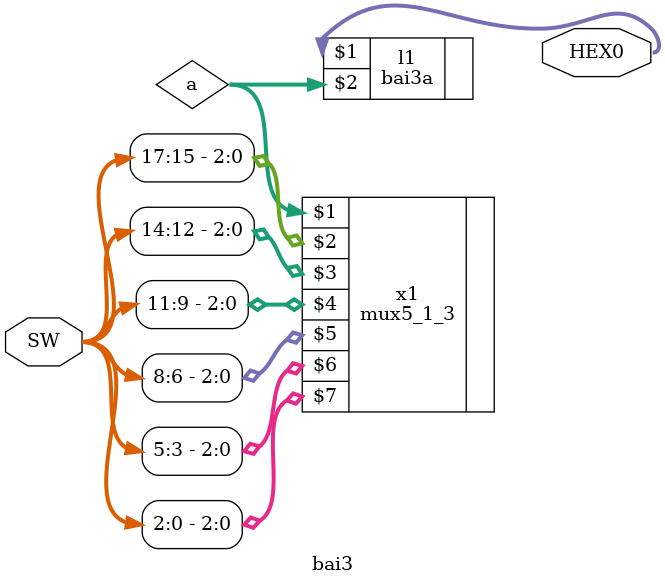
<source format=v>
module bai3(
	output [6:0] HEX0,
	input [17:0] SW
);
	
	wire [2:0] a;
	
	mux5_1_3 x1(a, SW[17:15], SW[14:12], SW[11:9], SW[8:6], SW[5:3], SW[2:0]);
	bai3a l1(HEX0, a);
endmodule 
</source>
